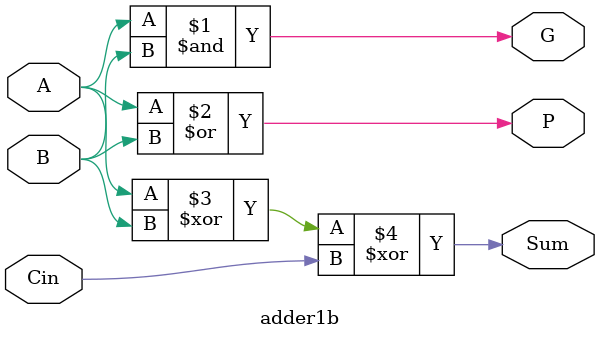
<source format=v>
module adder1b(A, B, Cin, P, G, Sum);
	input A, B, Cin;
	output P, G, Sum;

	assign G = A & B;
	assign P = A | B;

	assign Sum = ((A ^ B) ^ Cin);

endmodule

</source>
